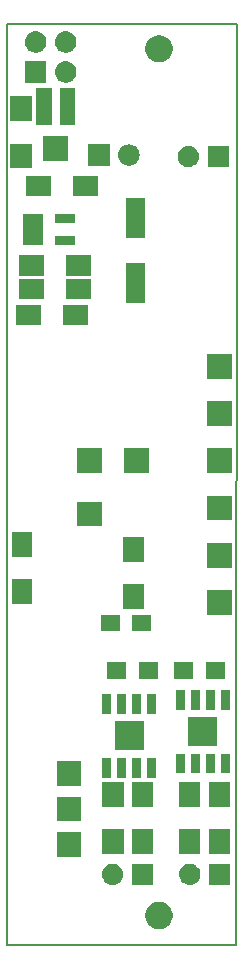
<source format=gbr>
G04 #@! TF.GenerationSoftware,KiCad,Pcbnew,5.0.2-bee76a0~70~ubuntu18.04.1*
G04 #@! TF.CreationDate,2019-12-03T11:06:18+01:00*
G04 #@! TF.ProjectId,instrumnet,696e7374-7275-46d6-9e65-742e6b696361,rev?*
G04 #@! TF.SameCoordinates,Original*
G04 #@! TF.FileFunction,Soldermask,Bot*
G04 #@! TF.FilePolarity,Negative*
%FSLAX46Y46*%
G04 Gerber Fmt 4.6, Leading zero omitted, Abs format (unit mm)*
G04 Created by KiCad (PCBNEW 5.0.2-bee76a0~70~ubuntu18.04.1) date Tue 03 Dec 2019 11:06:18 AM CET*
%MOMM*%
%LPD*%
G01*
G04 APERTURE LIST*
%ADD10C,0.150000*%
%ADD11C,0.100000*%
G04 APERTURE END LIST*
D10*
X125000000Y-64000000D02*
X144500000Y-64000000D01*
X125000000Y-142000000D02*
X125000000Y-64000000D01*
X144400000Y-142000000D02*
X125000000Y-142000000D01*
X144500000Y-64000000D02*
X144400000Y-142000000D01*
D11*
G36*
X138235734Y-138393232D02*
X138445202Y-138479996D01*
X138633723Y-138605962D01*
X138794038Y-138766277D01*
X138920004Y-138954798D01*
X139006768Y-139164266D01*
X139051000Y-139386635D01*
X139051000Y-139613365D01*
X139006768Y-139835734D01*
X138920004Y-140045202D01*
X138794038Y-140233723D01*
X138633723Y-140394038D01*
X138445202Y-140520004D01*
X138235734Y-140606768D01*
X138013365Y-140651000D01*
X137786635Y-140651000D01*
X137564266Y-140606768D01*
X137354798Y-140520004D01*
X137166277Y-140394038D01*
X137005962Y-140233723D01*
X136879996Y-140045202D01*
X136793232Y-139835734D01*
X136749000Y-139613365D01*
X136749000Y-139386635D01*
X136793232Y-139164266D01*
X136879996Y-138954798D01*
X137005962Y-138766277D01*
X137166277Y-138605962D01*
X137354798Y-138479996D01*
X137564266Y-138393232D01*
X137786635Y-138349000D01*
X138013365Y-138349000D01*
X138235734Y-138393232D01*
X138235734Y-138393232D01*
G37*
G36*
X143941000Y-136901000D02*
X142139000Y-136901000D01*
X142139000Y-135099000D01*
X143941000Y-135099000D01*
X143941000Y-136901000D01*
X143941000Y-136901000D01*
G37*
G36*
X137401000Y-136901000D02*
X135599000Y-136901000D01*
X135599000Y-135099000D01*
X137401000Y-135099000D01*
X137401000Y-136901000D01*
X137401000Y-136901000D01*
G37*
G36*
X140610442Y-135105518D02*
X140676627Y-135112037D01*
X140789853Y-135146384D01*
X140846467Y-135163557D01*
X140985087Y-135237652D01*
X141002991Y-135247222D01*
X141038729Y-135276552D01*
X141140186Y-135359814D01*
X141223448Y-135461271D01*
X141252778Y-135497009D01*
X141252779Y-135497011D01*
X141336443Y-135653533D01*
X141336443Y-135653534D01*
X141387963Y-135823373D01*
X141405359Y-136000000D01*
X141387963Y-136176627D01*
X141353616Y-136289853D01*
X141336443Y-136346467D01*
X141262348Y-136485087D01*
X141252778Y-136502991D01*
X141223448Y-136538729D01*
X141140186Y-136640186D01*
X141038729Y-136723448D01*
X141002991Y-136752778D01*
X141002989Y-136752779D01*
X140846467Y-136836443D01*
X140789853Y-136853616D01*
X140676627Y-136887963D01*
X140610442Y-136894482D01*
X140544260Y-136901000D01*
X140455740Y-136901000D01*
X140389558Y-136894482D01*
X140323373Y-136887963D01*
X140210147Y-136853616D01*
X140153533Y-136836443D01*
X139997011Y-136752779D01*
X139997009Y-136752778D01*
X139961271Y-136723448D01*
X139859814Y-136640186D01*
X139776552Y-136538729D01*
X139747222Y-136502991D01*
X139737652Y-136485087D01*
X139663557Y-136346467D01*
X139646384Y-136289853D01*
X139612037Y-136176627D01*
X139594641Y-136000000D01*
X139612037Y-135823373D01*
X139663557Y-135653534D01*
X139663557Y-135653533D01*
X139747221Y-135497011D01*
X139747222Y-135497009D01*
X139776552Y-135461271D01*
X139859814Y-135359814D01*
X139961271Y-135276552D01*
X139997009Y-135247222D01*
X140014913Y-135237652D01*
X140153533Y-135163557D01*
X140210147Y-135146384D01*
X140323373Y-135112037D01*
X140389558Y-135105518D01*
X140455740Y-135099000D01*
X140544260Y-135099000D01*
X140610442Y-135105518D01*
X140610442Y-135105518D01*
G37*
G36*
X134070442Y-135105518D02*
X134136627Y-135112037D01*
X134249853Y-135146384D01*
X134306467Y-135163557D01*
X134445087Y-135237652D01*
X134462991Y-135247222D01*
X134498729Y-135276552D01*
X134600186Y-135359814D01*
X134683448Y-135461271D01*
X134712778Y-135497009D01*
X134712779Y-135497011D01*
X134796443Y-135653533D01*
X134796443Y-135653534D01*
X134847963Y-135823373D01*
X134865359Y-136000000D01*
X134847963Y-136176627D01*
X134813616Y-136289853D01*
X134796443Y-136346467D01*
X134722348Y-136485087D01*
X134712778Y-136502991D01*
X134683448Y-136538729D01*
X134600186Y-136640186D01*
X134498729Y-136723448D01*
X134462991Y-136752778D01*
X134462989Y-136752779D01*
X134306467Y-136836443D01*
X134249853Y-136853616D01*
X134136627Y-136887963D01*
X134070442Y-136894482D01*
X134004260Y-136901000D01*
X133915740Y-136901000D01*
X133849558Y-136894482D01*
X133783373Y-136887963D01*
X133670147Y-136853616D01*
X133613533Y-136836443D01*
X133457011Y-136752779D01*
X133457009Y-136752778D01*
X133421271Y-136723448D01*
X133319814Y-136640186D01*
X133236552Y-136538729D01*
X133207222Y-136502991D01*
X133197652Y-136485087D01*
X133123557Y-136346467D01*
X133106384Y-136289853D01*
X133072037Y-136176627D01*
X133054641Y-136000000D01*
X133072037Y-135823373D01*
X133123557Y-135653534D01*
X133123557Y-135653533D01*
X133207221Y-135497011D01*
X133207222Y-135497009D01*
X133236552Y-135461271D01*
X133319814Y-135359814D01*
X133421271Y-135276552D01*
X133457009Y-135247222D01*
X133474913Y-135237652D01*
X133613533Y-135163557D01*
X133670147Y-135146384D01*
X133783373Y-135112037D01*
X133849558Y-135105518D01*
X133915740Y-135099000D01*
X134004260Y-135099000D01*
X134070442Y-135105518D01*
X134070442Y-135105518D01*
G37*
G36*
X131331000Y-134531000D02*
X129229000Y-134531000D01*
X129229000Y-132429000D01*
X131331000Y-132429000D01*
X131331000Y-134531000D01*
X131331000Y-134531000D01*
G37*
G36*
X137401000Y-134301000D02*
X135599000Y-134301000D01*
X135599000Y-132199000D01*
X137401000Y-132199000D01*
X137401000Y-134301000D01*
X137401000Y-134301000D01*
G37*
G36*
X134901000Y-134301000D02*
X133099000Y-134301000D01*
X133099000Y-132199000D01*
X134901000Y-132199000D01*
X134901000Y-134301000D01*
X134901000Y-134301000D01*
G37*
G36*
X141401000Y-134301000D02*
X139599000Y-134301000D01*
X139599000Y-132199000D01*
X141401000Y-132199000D01*
X141401000Y-134301000D01*
X141401000Y-134301000D01*
G37*
G36*
X143901000Y-134301000D02*
X142099000Y-134301000D01*
X142099000Y-132199000D01*
X143901000Y-132199000D01*
X143901000Y-134301000D01*
X143901000Y-134301000D01*
G37*
G36*
X131331000Y-131531000D02*
X129229000Y-131531000D01*
X129229000Y-129429000D01*
X131331000Y-129429000D01*
X131331000Y-131531000D01*
X131331000Y-131531000D01*
G37*
G36*
X141401000Y-130301000D02*
X139599000Y-130301000D01*
X139599000Y-128199000D01*
X141401000Y-128199000D01*
X141401000Y-130301000D01*
X141401000Y-130301000D01*
G37*
G36*
X143901000Y-130301000D02*
X142099000Y-130301000D01*
X142099000Y-128199000D01*
X143901000Y-128199000D01*
X143901000Y-130301000D01*
X143901000Y-130301000D01*
G37*
G36*
X134901000Y-130301000D02*
X133099000Y-130301000D01*
X133099000Y-128199000D01*
X134901000Y-128199000D01*
X134901000Y-130301000D01*
X134901000Y-130301000D01*
G37*
G36*
X137401000Y-130301000D02*
X135599000Y-130301000D01*
X135599000Y-128199000D01*
X137401000Y-128199000D01*
X137401000Y-130301000D01*
X137401000Y-130301000D01*
G37*
G36*
X131331000Y-128531000D02*
X129229000Y-128531000D01*
X129229000Y-126429000D01*
X131331000Y-126429000D01*
X131331000Y-128531000D01*
X131331000Y-128531000D01*
G37*
G36*
X133811000Y-127826000D02*
X133109000Y-127826000D01*
X133109000Y-126174000D01*
X133811000Y-126174000D01*
X133811000Y-127826000D01*
X133811000Y-127826000D01*
G37*
G36*
X135081000Y-127826000D02*
X134379000Y-127826000D01*
X134379000Y-126174000D01*
X135081000Y-126174000D01*
X135081000Y-127826000D01*
X135081000Y-127826000D01*
G37*
G36*
X136351000Y-127826000D02*
X135649000Y-127826000D01*
X135649000Y-126174000D01*
X136351000Y-126174000D01*
X136351000Y-127826000D01*
X136351000Y-127826000D01*
G37*
G36*
X137621000Y-127826000D02*
X136919000Y-127826000D01*
X136919000Y-126174000D01*
X137621000Y-126174000D01*
X137621000Y-127826000D01*
X137621000Y-127826000D01*
G37*
G36*
X143871000Y-127476000D02*
X143169000Y-127476000D01*
X143169000Y-125824000D01*
X143871000Y-125824000D01*
X143871000Y-127476000D01*
X143871000Y-127476000D01*
G37*
G36*
X142601000Y-127476000D02*
X141899000Y-127476000D01*
X141899000Y-125824000D01*
X142601000Y-125824000D01*
X142601000Y-127476000D01*
X142601000Y-127476000D01*
G37*
G36*
X141331000Y-127476000D02*
X140629000Y-127476000D01*
X140629000Y-125824000D01*
X141331000Y-125824000D01*
X141331000Y-127476000D01*
X141331000Y-127476000D01*
G37*
G36*
X140061000Y-127476000D02*
X139359000Y-127476000D01*
X139359000Y-125824000D01*
X140061000Y-125824000D01*
X140061000Y-127476000D01*
X140061000Y-127476000D01*
G37*
G36*
X136591000Y-125526000D02*
X134139000Y-125526000D01*
X134139000Y-123074000D01*
X136591000Y-123074000D01*
X136591000Y-125526000D01*
X136591000Y-125526000D01*
G37*
G36*
X142841000Y-125176000D02*
X140389000Y-125176000D01*
X140389000Y-122724000D01*
X142841000Y-122724000D01*
X142841000Y-125176000D01*
X142841000Y-125176000D01*
G37*
G36*
X133811000Y-122426000D02*
X133109000Y-122426000D01*
X133109000Y-120774000D01*
X133811000Y-120774000D01*
X133811000Y-122426000D01*
X133811000Y-122426000D01*
G37*
G36*
X135081000Y-122426000D02*
X134379000Y-122426000D01*
X134379000Y-120774000D01*
X135081000Y-120774000D01*
X135081000Y-122426000D01*
X135081000Y-122426000D01*
G37*
G36*
X136351000Y-122426000D02*
X135649000Y-122426000D01*
X135649000Y-120774000D01*
X136351000Y-120774000D01*
X136351000Y-122426000D01*
X136351000Y-122426000D01*
G37*
G36*
X137621000Y-122426000D02*
X136919000Y-122426000D01*
X136919000Y-120774000D01*
X137621000Y-120774000D01*
X137621000Y-122426000D01*
X137621000Y-122426000D01*
G37*
G36*
X142601000Y-122076000D02*
X141899000Y-122076000D01*
X141899000Y-120424000D01*
X142601000Y-120424000D01*
X142601000Y-122076000D01*
X142601000Y-122076000D01*
G37*
G36*
X140061000Y-122076000D02*
X139359000Y-122076000D01*
X139359000Y-120424000D01*
X140061000Y-120424000D01*
X140061000Y-122076000D01*
X140061000Y-122076000D01*
G37*
G36*
X141331000Y-122076000D02*
X140629000Y-122076000D01*
X140629000Y-120424000D01*
X141331000Y-120424000D01*
X141331000Y-122076000D01*
X141331000Y-122076000D01*
G37*
G36*
X143871000Y-122076000D02*
X143169000Y-122076000D01*
X143169000Y-120424000D01*
X143871000Y-120424000D01*
X143871000Y-122076000D01*
X143871000Y-122076000D01*
G37*
G36*
X137801000Y-119451000D02*
X136199000Y-119451000D01*
X136199000Y-118049000D01*
X137801000Y-118049000D01*
X137801000Y-119451000D01*
X137801000Y-119451000D01*
G37*
G36*
X135101000Y-119451000D02*
X133499000Y-119451000D01*
X133499000Y-118049000D01*
X135101000Y-118049000D01*
X135101000Y-119451000D01*
X135101000Y-119451000D01*
G37*
G36*
X143501000Y-119451000D02*
X141899000Y-119451000D01*
X141899000Y-118049000D01*
X143501000Y-118049000D01*
X143501000Y-119451000D01*
X143501000Y-119451000D01*
G37*
G36*
X140801000Y-119451000D02*
X139199000Y-119451000D01*
X139199000Y-118049000D01*
X140801000Y-118049000D01*
X140801000Y-119451000D01*
X140801000Y-119451000D01*
G37*
G36*
X134551000Y-115451000D02*
X132949000Y-115451000D01*
X132949000Y-114049000D01*
X134551000Y-114049000D01*
X134551000Y-115451000D01*
X134551000Y-115451000D01*
G37*
G36*
X137251000Y-115451000D02*
X135649000Y-115451000D01*
X135649000Y-114049000D01*
X137251000Y-114049000D01*
X137251000Y-115451000D01*
X137251000Y-115451000D01*
G37*
G36*
X144051000Y-114051000D02*
X141949000Y-114051000D01*
X141949000Y-111949000D01*
X144051000Y-111949000D01*
X144051000Y-114051000D01*
X144051000Y-114051000D01*
G37*
G36*
X136651000Y-113551000D02*
X134849000Y-113551000D01*
X134849000Y-111449000D01*
X136651000Y-111449000D01*
X136651000Y-113551000D01*
X136651000Y-113551000D01*
G37*
G36*
X127181000Y-113131000D02*
X125479000Y-113131000D01*
X125479000Y-111029000D01*
X127181000Y-111029000D01*
X127181000Y-113131000D01*
X127181000Y-113131000D01*
G37*
G36*
X144051000Y-110051000D02*
X141949000Y-110051000D01*
X141949000Y-107949000D01*
X144051000Y-107949000D01*
X144051000Y-110051000D01*
X144051000Y-110051000D01*
G37*
G36*
X136651000Y-109551000D02*
X134849000Y-109551000D01*
X134849000Y-107449000D01*
X136651000Y-107449000D01*
X136651000Y-109551000D01*
X136651000Y-109551000D01*
G37*
G36*
X127181000Y-109131000D02*
X125479000Y-109131000D01*
X125479000Y-107029000D01*
X127181000Y-107029000D01*
X127181000Y-109131000D01*
X127181000Y-109131000D01*
G37*
G36*
X133051000Y-106551000D02*
X130949000Y-106551000D01*
X130949000Y-104449000D01*
X133051000Y-104449000D01*
X133051000Y-106551000D01*
X133051000Y-106551000D01*
G37*
G36*
X144051000Y-106051000D02*
X141949000Y-106051000D01*
X141949000Y-103949000D01*
X144051000Y-103949000D01*
X144051000Y-106051000D01*
X144051000Y-106051000D01*
G37*
G36*
X144051000Y-102051000D02*
X141949000Y-102051000D01*
X141949000Y-99949000D01*
X144051000Y-99949000D01*
X144051000Y-102051000D01*
X144051000Y-102051000D01*
G37*
G36*
X137051000Y-102051000D02*
X134949000Y-102051000D01*
X134949000Y-99949000D01*
X137051000Y-99949000D01*
X137051000Y-102051000D01*
X137051000Y-102051000D01*
G37*
G36*
X133051000Y-102051000D02*
X130949000Y-102051000D01*
X130949000Y-99949000D01*
X133051000Y-99949000D01*
X133051000Y-102051000D01*
X133051000Y-102051000D01*
G37*
G36*
X144051000Y-98051000D02*
X141949000Y-98051000D01*
X141949000Y-95949000D01*
X144051000Y-95949000D01*
X144051000Y-98051000D01*
X144051000Y-98051000D01*
G37*
G36*
X144051000Y-94051000D02*
X141949000Y-94051000D01*
X141949000Y-91949000D01*
X144051000Y-91949000D01*
X144051000Y-94051000D01*
X144051000Y-94051000D01*
G37*
G36*
X127881000Y-89481000D02*
X125779000Y-89481000D01*
X125779000Y-87779000D01*
X127881000Y-87779000D01*
X127881000Y-89481000D01*
X127881000Y-89481000D01*
G37*
G36*
X131881000Y-89481000D02*
X129779000Y-89481000D01*
X129779000Y-87779000D01*
X131881000Y-87779000D01*
X131881000Y-89481000D01*
X131881000Y-89481000D01*
G37*
G36*
X136671000Y-87651000D02*
X135069000Y-87651000D01*
X135069000Y-84249000D01*
X136671000Y-84249000D01*
X136671000Y-87651000D01*
X136671000Y-87651000D01*
G37*
G36*
X132141000Y-87321000D02*
X130039000Y-87321000D01*
X130039000Y-85619000D01*
X132141000Y-85619000D01*
X132141000Y-87321000D01*
X132141000Y-87321000D01*
G37*
G36*
X128141000Y-87321000D02*
X126039000Y-87321000D01*
X126039000Y-85619000D01*
X128141000Y-85619000D01*
X128141000Y-87321000D01*
X128141000Y-87321000D01*
G37*
G36*
X128141000Y-85321000D02*
X126039000Y-85321000D01*
X126039000Y-83619000D01*
X128141000Y-83619000D01*
X128141000Y-85321000D01*
X128141000Y-85321000D01*
G37*
G36*
X132141000Y-85321000D02*
X130039000Y-85321000D01*
X130039000Y-83619000D01*
X132141000Y-83619000D01*
X132141000Y-85321000D01*
X132141000Y-85321000D01*
G37*
G36*
X128071000Y-82746000D02*
X126409000Y-82746000D01*
X126409000Y-80094000D01*
X128071000Y-80094000D01*
X128071000Y-82746000D01*
X128071000Y-82746000D01*
G37*
G36*
X130771000Y-82746000D02*
X129109000Y-82746000D01*
X129109000Y-81994000D01*
X130771000Y-81994000D01*
X130771000Y-82746000D01*
X130771000Y-82746000D01*
G37*
G36*
X136671000Y-82151000D02*
X135069000Y-82151000D01*
X135069000Y-78749000D01*
X136671000Y-78749000D01*
X136671000Y-82151000D01*
X136671000Y-82151000D01*
G37*
G36*
X130771000Y-80846000D02*
X129109000Y-80846000D01*
X129109000Y-80094000D01*
X130771000Y-80094000D01*
X130771000Y-80846000D01*
X130771000Y-80846000D01*
G37*
G36*
X132711000Y-78551000D02*
X130609000Y-78551000D01*
X130609000Y-76849000D01*
X132711000Y-76849000D01*
X132711000Y-78551000D01*
X132711000Y-78551000D01*
G37*
G36*
X128711000Y-78551000D02*
X126609000Y-78551000D01*
X126609000Y-76849000D01*
X128711000Y-76849000D01*
X128711000Y-78551000D01*
X128711000Y-78551000D01*
G37*
G36*
X127121000Y-76241000D02*
X125319000Y-76241000D01*
X125319000Y-74139000D01*
X127121000Y-74139000D01*
X127121000Y-76241000D01*
X127121000Y-76241000D01*
G37*
G36*
X143821000Y-76141000D02*
X142019000Y-76141000D01*
X142019000Y-74339000D01*
X143821000Y-74339000D01*
X143821000Y-76141000D01*
X143821000Y-76141000D01*
G37*
G36*
X140490443Y-74345519D02*
X140556627Y-74352037D01*
X140669853Y-74386384D01*
X140726467Y-74403557D01*
X140850423Y-74469814D01*
X140882991Y-74487222D01*
X140918729Y-74516552D01*
X141020186Y-74599814D01*
X141103448Y-74701271D01*
X141132778Y-74737009D01*
X141132779Y-74737011D01*
X141216443Y-74893533D01*
X141216443Y-74893534D01*
X141267963Y-75063373D01*
X141285359Y-75240000D01*
X141267963Y-75416627D01*
X141233616Y-75529853D01*
X141216443Y-75586467D01*
X141202266Y-75612989D01*
X141132778Y-75742991D01*
X141126873Y-75750186D01*
X141020186Y-75880186D01*
X140939450Y-75946443D01*
X140882991Y-75992778D01*
X140882989Y-75992779D01*
X140726467Y-76076443D01*
X140669853Y-76093616D01*
X140556627Y-76127963D01*
X140490443Y-76134481D01*
X140424260Y-76141000D01*
X140335740Y-76141000D01*
X140269557Y-76134481D01*
X140203373Y-76127963D01*
X140090147Y-76093616D01*
X140033533Y-76076443D01*
X139877011Y-75992779D01*
X139877009Y-75992778D01*
X139820550Y-75946443D01*
X139739814Y-75880186D01*
X139633127Y-75750186D01*
X139627222Y-75742991D01*
X139557734Y-75612989D01*
X139543557Y-75586467D01*
X139526384Y-75529853D01*
X139492037Y-75416627D01*
X139474641Y-75240000D01*
X139492037Y-75063373D01*
X139543557Y-74893534D01*
X139543557Y-74893533D01*
X139627221Y-74737011D01*
X139627222Y-74737009D01*
X139656552Y-74701271D01*
X139739814Y-74599814D01*
X139841271Y-74516552D01*
X139877009Y-74487222D01*
X139909577Y-74469814D01*
X140033533Y-74403557D01*
X140090147Y-74386384D01*
X140203373Y-74352037D01*
X140269557Y-74345519D01*
X140335740Y-74339000D01*
X140424260Y-74339000D01*
X140490443Y-74345519D01*
X140490443Y-74345519D01*
G37*
G36*
X133711000Y-76011000D02*
X131909000Y-76011000D01*
X131909000Y-74209000D01*
X133711000Y-74209000D01*
X133711000Y-76011000D01*
X133711000Y-76011000D01*
G37*
G36*
X135460443Y-74215519D02*
X135526627Y-74222037D01*
X135639853Y-74256384D01*
X135696467Y-74273557D01*
X135818900Y-74339000D01*
X135852991Y-74357222D01*
X135888729Y-74386552D01*
X135990186Y-74469814D01*
X136073448Y-74571271D01*
X136102778Y-74607009D01*
X136102779Y-74607011D01*
X136186443Y-74763533D01*
X136186443Y-74763534D01*
X136237963Y-74933373D01*
X136255359Y-75110000D01*
X136237963Y-75286627D01*
X136203616Y-75399853D01*
X136186443Y-75456467D01*
X136112348Y-75595087D01*
X136102778Y-75612991D01*
X136073448Y-75648729D01*
X135990186Y-75750186D01*
X135888729Y-75833448D01*
X135852991Y-75862778D01*
X135852989Y-75862779D01*
X135696467Y-75946443D01*
X135639853Y-75963616D01*
X135526627Y-75997963D01*
X135460443Y-76004481D01*
X135394260Y-76011000D01*
X135305740Y-76011000D01*
X135239557Y-76004481D01*
X135173373Y-75997963D01*
X135060147Y-75963616D01*
X135003533Y-75946443D01*
X134847011Y-75862779D01*
X134847009Y-75862778D01*
X134811271Y-75833448D01*
X134709814Y-75750186D01*
X134626552Y-75648729D01*
X134597222Y-75612991D01*
X134587652Y-75595087D01*
X134513557Y-75456467D01*
X134496384Y-75399853D01*
X134462037Y-75286627D01*
X134444641Y-75110000D01*
X134462037Y-74933373D01*
X134513557Y-74763534D01*
X134513557Y-74763533D01*
X134597221Y-74607011D01*
X134597222Y-74607009D01*
X134626552Y-74571271D01*
X134709814Y-74469814D01*
X134811271Y-74386552D01*
X134847009Y-74357222D01*
X134881100Y-74339000D01*
X135003533Y-74273557D01*
X135060147Y-74256384D01*
X135173373Y-74222037D01*
X135239557Y-74215519D01*
X135305740Y-74209000D01*
X135394260Y-74209000D01*
X135460443Y-74215519D01*
X135460443Y-74215519D01*
G37*
G36*
X130211000Y-75601000D02*
X128109000Y-75601000D01*
X128109000Y-73499000D01*
X130211000Y-73499000D01*
X130211000Y-75601000D01*
X130211000Y-75601000D01*
G37*
G36*
X128811000Y-72551000D02*
X127509000Y-72551000D01*
X127509000Y-69449000D01*
X128811000Y-69449000D01*
X128811000Y-72551000D01*
X128811000Y-72551000D01*
G37*
G36*
X130811000Y-72551000D02*
X129509000Y-72551000D01*
X129509000Y-69449000D01*
X130811000Y-69449000D01*
X130811000Y-72551000D01*
X130811000Y-72551000D01*
G37*
G36*
X127121000Y-72241000D02*
X125319000Y-72241000D01*
X125319000Y-70139000D01*
X127121000Y-70139000D01*
X127121000Y-72241000D01*
X127121000Y-72241000D01*
G37*
G36*
X130110442Y-67185518D02*
X130176627Y-67192037D01*
X130289853Y-67226384D01*
X130346467Y-67243557D01*
X130485087Y-67317652D01*
X130502991Y-67327222D01*
X130538729Y-67356552D01*
X130640186Y-67439814D01*
X130723448Y-67541271D01*
X130752778Y-67577009D01*
X130752779Y-67577011D01*
X130836443Y-67733533D01*
X130836443Y-67733534D01*
X130887963Y-67903373D01*
X130905359Y-68080000D01*
X130887963Y-68256627D01*
X130853616Y-68369853D01*
X130836443Y-68426467D01*
X130762348Y-68565087D01*
X130752778Y-68582991D01*
X130723448Y-68618729D01*
X130640186Y-68720186D01*
X130538729Y-68803448D01*
X130502991Y-68832778D01*
X130502989Y-68832779D01*
X130346467Y-68916443D01*
X130289853Y-68933616D01*
X130176627Y-68967963D01*
X130110442Y-68974482D01*
X130044260Y-68981000D01*
X129955740Y-68981000D01*
X129889558Y-68974482D01*
X129823373Y-68967963D01*
X129710147Y-68933616D01*
X129653533Y-68916443D01*
X129497011Y-68832779D01*
X129497009Y-68832778D01*
X129461271Y-68803448D01*
X129359814Y-68720186D01*
X129276552Y-68618729D01*
X129247222Y-68582991D01*
X129237652Y-68565087D01*
X129163557Y-68426467D01*
X129146384Y-68369853D01*
X129112037Y-68256627D01*
X129094641Y-68080000D01*
X129112037Y-67903373D01*
X129163557Y-67733534D01*
X129163557Y-67733533D01*
X129247221Y-67577011D01*
X129247222Y-67577009D01*
X129276552Y-67541271D01*
X129359814Y-67439814D01*
X129461271Y-67356552D01*
X129497009Y-67327222D01*
X129514913Y-67317652D01*
X129653533Y-67243557D01*
X129710147Y-67226384D01*
X129823373Y-67192037D01*
X129889558Y-67185518D01*
X129955740Y-67179000D01*
X130044260Y-67179000D01*
X130110442Y-67185518D01*
X130110442Y-67185518D01*
G37*
G36*
X128361000Y-68981000D02*
X126559000Y-68981000D01*
X126559000Y-67179000D01*
X128361000Y-67179000D01*
X128361000Y-68981000D01*
X128361000Y-68981000D01*
G37*
G36*
X138235734Y-64993232D02*
X138445202Y-65079996D01*
X138633723Y-65205962D01*
X138794038Y-65366277D01*
X138920004Y-65554798D01*
X139006768Y-65764266D01*
X139051000Y-65986635D01*
X139051000Y-66213365D01*
X139006768Y-66435734D01*
X138920004Y-66645202D01*
X138794038Y-66833723D01*
X138633723Y-66994038D01*
X138445202Y-67120004D01*
X138235734Y-67206768D01*
X138013365Y-67251000D01*
X137786635Y-67251000D01*
X137564266Y-67206768D01*
X137354798Y-67120004D01*
X137166277Y-66994038D01*
X137005962Y-66833723D01*
X136879996Y-66645202D01*
X136793232Y-66435734D01*
X136749000Y-66213365D01*
X136749000Y-65986635D01*
X136793232Y-65764266D01*
X136879996Y-65554798D01*
X137005962Y-65366277D01*
X137166277Y-65205962D01*
X137354798Y-65079996D01*
X137564266Y-64993232D01*
X137786635Y-64949000D01*
X138013365Y-64949000D01*
X138235734Y-64993232D01*
X138235734Y-64993232D01*
G37*
G36*
X130110443Y-64645519D02*
X130176627Y-64652037D01*
X130289853Y-64686384D01*
X130346467Y-64703557D01*
X130485087Y-64777652D01*
X130502991Y-64787222D01*
X130538729Y-64816552D01*
X130640186Y-64899814D01*
X130716851Y-64993232D01*
X130752778Y-65037009D01*
X130752779Y-65037011D01*
X130836443Y-65193533D01*
X130840213Y-65205962D01*
X130887963Y-65363373D01*
X130905359Y-65540000D01*
X130887963Y-65716627D01*
X130873512Y-65764266D01*
X130836443Y-65886467D01*
X130782901Y-65986635D01*
X130752778Y-66042991D01*
X130723448Y-66078729D01*
X130640186Y-66180186D01*
X130538729Y-66263448D01*
X130502991Y-66292778D01*
X130502989Y-66292779D01*
X130346467Y-66376443D01*
X130289853Y-66393616D01*
X130176627Y-66427963D01*
X130110443Y-66434481D01*
X130044260Y-66441000D01*
X129955740Y-66441000D01*
X129889557Y-66434481D01*
X129823373Y-66427963D01*
X129710147Y-66393616D01*
X129653533Y-66376443D01*
X129497011Y-66292779D01*
X129497009Y-66292778D01*
X129461271Y-66263448D01*
X129359814Y-66180186D01*
X129276552Y-66078729D01*
X129247222Y-66042991D01*
X129217099Y-65986635D01*
X129163557Y-65886467D01*
X129126488Y-65764266D01*
X129112037Y-65716627D01*
X129094641Y-65540000D01*
X129112037Y-65363373D01*
X129159787Y-65205962D01*
X129163557Y-65193533D01*
X129247221Y-65037011D01*
X129247222Y-65037009D01*
X129283149Y-64993232D01*
X129359814Y-64899814D01*
X129461271Y-64816552D01*
X129497009Y-64787222D01*
X129514913Y-64777652D01*
X129653533Y-64703557D01*
X129710147Y-64686384D01*
X129823373Y-64652037D01*
X129889557Y-64645519D01*
X129955740Y-64639000D01*
X130044260Y-64639000D01*
X130110443Y-64645519D01*
X130110443Y-64645519D01*
G37*
G36*
X127570443Y-64645519D02*
X127636627Y-64652037D01*
X127749853Y-64686384D01*
X127806467Y-64703557D01*
X127945087Y-64777652D01*
X127962991Y-64787222D01*
X127998729Y-64816552D01*
X128100186Y-64899814D01*
X128176851Y-64993232D01*
X128212778Y-65037009D01*
X128212779Y-65037011D01*
X128296443Y-65193533D01*
X128300213Y-65205962D01*
X128347963Y-65363373D01*
X128365359Y-65540000D01*
X128347963Y-65716627D01*
X128333512Y-65764266D01*
X128296443Y-65886467D01*
X128242901Y-65986635D01*
X128212778Y-66042991D01*
X128183448Y-66078729D01*
X128100186Y-66180186D01*
X127998729Y-66263448D01*
X127962991Y-66292778D01*
X127962989Y-66292779D01*
X127806467Y-66376443D01*
X127749853Y-66393616D01*
X127636627Y-66427963D01*
X127570443Y-66434481D01*
X127504260Y-66441000D01*
X127415740Y-66441000D01*
X127349557Y-66434481D01*
X127283373Y-66427963D01*
X127170147Y-66393616D01*
X127113533Y-66376443D01*
X126957011Y-66292779D01*
X126957009Y-66292778D01*
X126921271Y-66263448D01*
X126819814Y-66180186D01*
X126736552Y-66078729D01*
X126707222Y-66042991D01*
X126677099Y-65986635D01*
X126623557Y-65886467D01*
X126586488Y-65764266D01*
X126572037Y-65716627D01*
X126554641Y-65540000D01*
X126572037Y-65363373D01*
X126619787Y-65205962D01*
X126623557Y-65193533D01*
X126707221Y-65037011D01*
X126707222Y-65037009D01*
X126743149Y-64993232D01*
X126819814Y-64899814D01*
X126921271Y-64816552D01*
X126957009Y-64787222D01*
X126974913Y-64777652D01*
X127113533Y-64703557D01*
X127170147Y-64686384D01*
X127283373Y-64652037D01*
X127349557Y-64645519D01*
X127415740Y-64639000D01*
X127504260Y-64639000D01*
X127570443Y-64645519D01*
X127570443Y-64645519D01*
G37*
M02*

</source>
